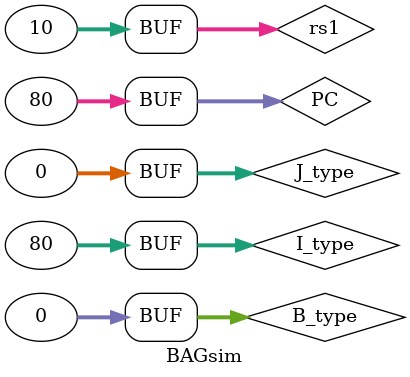
<source format=sv>
`timescale 1ns / 1ps

module BAGsim;

    logic [31:0] rs1;
    logic [31:0] I_type;
    logic [31:0] J_type;
    logic [31:0] B_type;
    logic [31:0] PC;
    logic [31:0] jalr;
    logic [31:0] branch;
    logic [31:0] jal;

    BAG thebag(
        .rs1(rs1),
        .I_type(I_type),
        .J_type(J_type),
        .B_type(B_type),
        .PC(PC),
        .jalr(jalr),
        .branch(branch),
        .jal(jal)
    );
    
    initial begin
        //initialize and test 0's
        rs1 = 32'b0;
        I_type = 32'b0;
        J_type = 32'b0;
        B_type = 32'b0;
        PC = 32'b0;
        
        //example 1
        #10;
        rs1 = 32'b0;
        I_type = 32'b0;
        J_type = 32'b0;
        B_type = 32'b11111111111111111111111111011000;
        PC = 32'b1010000;
        
        //example 2
        #10;
        rs1 = 32'b0;    
        I_type = 32'b0;
        J_type = 32'b0;
        B_type = 32'b111100;
        PC = 32'b1010000;
        
        //example 3
        #10;
        rs1 = 32'b0;
        I_type = 32'b0;
        J_type = 32'b0;
        B_type = 32'b1111000;
        PC = 32'b1010000;
        
        //example 4
        #10;
        rs1 = 32'b0;
        I_type = 32'b0;
        J_type = 32'b11111111111111111111111110011100;
        B_type = 32'b0;
        PC = 32'b1111000;
        
        //example 5
        #10;
        rs1 = 32'b1010; //no value specified in example 5, so I say it is 10
        I_type = 32'b1010000;
        J_type = 32'b0;
        B_type = 32'b0;
        PC = 32'b1010000;
    end
endmodule

</source>
